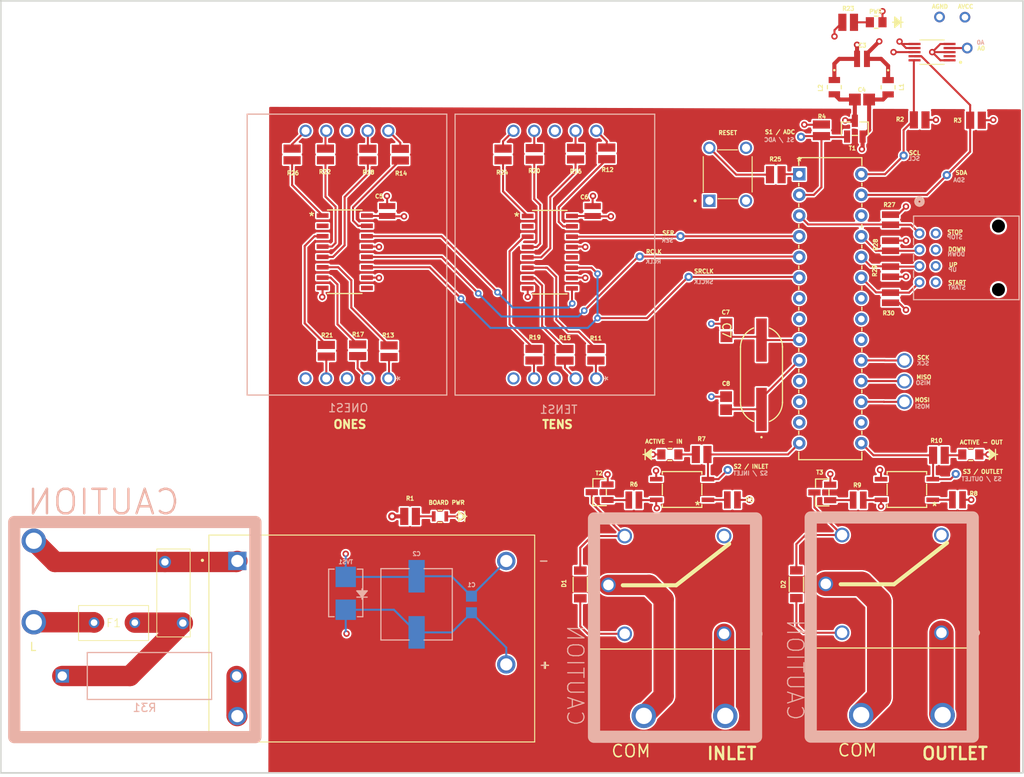
<source format=kicad_pcb>
(kicad_pcb (version 20240108) (generator "pcbnew") (generator_version "8.0")
  (layers (0 "F.Cu" signal "S1 - DIGITAL") (1 "In1.Cu" power "GND") (2 "In2.Cu" power "VCC") (31 "B.Cu" signal "S2 - ANALOG") (34 "B.Paste" user) (35 "F.Paste" user) (36 "B.SilkS" user "B.Silkscreen") (37 "F.SilkS" user "F.Silkscreen") (38 "B.Mask" user) (39 "F.Mask" user) (44 "Edge.Cuts" user))
  (net 0 "")
  (net 1 "/VCC")
  (net 2 "/GND")
  (net 3 "/COM_INLET")
  (net 4 "/N{slash}O_INLET")
  (net 5 "Net-(Q1-Pad1)")
  (net 6 "/AGND")
  (net 7 "/AVCC")
  (net 8 "/A0")
  (net 9 "/SDA")
  (net 10 "/SCL")
  (net 11 "/O6")
  (net 12 "/O2")
  (net 13 "/O1")
  (net 14 "/O9")
  (net 15 "/O10")
  (net 16 "/O5")
  (net 17 "/O7")
  (net 18 "/T1")
  (net 19 "Net-(ONES1-Pad1)")
  (net 20 "Net-(ONES1-Pad2)")
  (net 21 "Net-(ONES1-Pad4)")
  (net 22 "Net-(ONES1-Pad6)")
  (net 23 "Net-(ONES1-Pad7)")
  (net 24 "Net-(ONES1-Pad9)")
  (net 25 "Net-(ONES1-Pad10)")
  (net 27 "/T2")
  (net 28 "/T5")
  (net 29 "/T10")
  (net 30 "/T9")
  (net 31 "/T7")
  (net 32 "/T6")
  (net 33 "/SRCLK")
  (net 34 "/RCLK")
  (net 35 "/SER")
  (net 36 "/QH")
  (net 37 "/LIVE")
  (net 38 "/Neutral")
  (net 39 "/S2")
  (net 40 "/S1")
  (net 42 "Net-(LED2-Pad2)")
  (net 43 "Net-(R10-Pad1)")
  (net 44 "Net-(LED1-Pad2)")
  (net 45 "Net-(Q2-Pad1)")
  (net 46 "/S3")
  (net 48 "Net-(D1-Pad2)")
  (net 49 "Net-(D2-Pad2)")
  (net 50 "Net-(R7-Pad1)")
  (net 52 "Net-(R15-Pad2)")
  (net 53 "Net-(R6-Pad2)")
  (net 54 "Net-(R9-Pad2)")
  (net 55 "Net-(R11-Pad2)")
  (net 56 "Net-(R12-Pad1)")
  (net 57 "Net-(R16-Pad1)")
  (net 58 "Net-(R19-Pad2)")
  (net 59 "Net-(R20-Pad1)")
  (net 60 "/COM_OUTLET")
  (net 61 "/N{slash}O_OUTLET")
  (net 62 "Net-(R24-Pad1)")
  (net 70 "/SCK")
  (net 71 "/DOWN")
  (net 72 "/STOP")
  (net 73 "/MISO")
  (net 74 "/OSC2")
  (net 75 "/OSC1")
  (net 76 "/START")
  (net 77 "/UP")
  (net 78 "/MOSI")
  (net 79 "Net-(B1-Pad2)")
  (net 81 "Net-(11-PCINT14{slash}RESETPC6)")
  (net 85 "Net-(u3-AC_L)")
  (net 86 "Net-(F1-Pad1)")
  (footprint "pPSI:small signal diode" (layer "F.Cu") (at 124.231905 142.234405 90)
    (property "Reference" "D2")
    (property "Value" "Small-Signal-Diode" (hide yes))
  )
  (footprint "pPSI:1kohm resistor" (layer "F.Cu") (at 135.79 103.862834 90)
    (property "Reference" "R29")
    (property "Value" "1k" (hide yes))
  )
  (footprint "pPSI:10kohm resistor" (layer "F.Cu") (at 141.7321 126.4 180)
    (property "Reference" "R10")
    (property "Value" "10k" (hide yes))
  )
  (footprint "pPSI:1kohm resistor" (layer "F.Cu") (at 131.8223 131.9 180)
    (property "Reference" "R9")
    (property "Value" "1k" (hide yes))
  )
  (footprint "pPSI:push button" (layer "F.Cu") (at 115.8 91.9 90)
    (property "Reference" "B1" (hide yes))
    (property "Value" "~" (hide yes))
  )
  (footprint "pPSI:10kohm resistor" (layer "F.Cu") (at 130.59 73.24 180)
    (property "Reference" "R23")
    (property "Value" "10k" (hide yes))
  )
  (footprint "pPSI:1kohm resistor" (layer "F.Cu") (at 116.374301 131.879697 180)
    (property "Reference" "R5")
    (property "Value" "1k" (hide yes))
  )
  (footprint "pPSI:1kohm resistor" (layer "F.Cu") (at 135.79 100.670268 -90)
    (property "Reference" "R28")
    (property "Value" "1k" (hide yes))
  )
  (footprint "pPSI:1 pin header" (layer "F.Cu") (at 144.93 72.61)
    (property "Reference" "AVCC1" (hide yes))
    (property "Value" "Conn_01x01" (hide yes))
  )
  (footprint "pPSI:5V Relay" (layer "F.Cu") (at 103.153398 136.317805 180)
    (property "Reference" "J3" (hide yes))
    (property "Value" "5V-Relay" (hide yes))
  )
  (footprint "pPSI:100ohm resistor" (layer "F.Cu") (at 100.949334 89.332 -90)
    (property "Reference" "R12")
    (property "Value" "100ohm-Resistor" (hide yes))
  )
  (footprint "pPSI:10uF Ceramic Capacitor" (layer "F.Cu") (at 132.29 82.72)
    (property "Reference" "C4")
    (property "Value" "10uF(c)" (hide yes))
  )
  (footprint "pPSI:1 pin header" (layer "F.Cu") (at 111 104.5)
    (property "Reference" "SRCLK1" (hide yes))
    (property "Value" "Conn_01x01" (hide yes))
  )
  (footprint "pPSI:22pFCeramicCap" (layer "F.Cu") (at 115.647299 111.052799 -90)
    (property "Reference" "C7")
    (property "Value" "C0805C220J5GAC7210" (hide yes))
  )
  (footprint "pPSI:PNP Transistor" (layer "F.Cu") (at 100.074301 130.932197 90)
    (property "Reference" "T2")
    (property "Value" "PNP" (hide yes))
  )
  (footprint "pPSI:100ohm resistor" (layer "F.Cu") (at 92.016 114.048 -90)
    (property "Reference" "R19")
    (property "Value" "100ohm-Resistor" (hide yes))
  )
  (footprint "pPSI:green LED" (layer "F.Cu") (at 134.03 73.23 180)
    (property "Reference" "LED2" (hide yes))
    (property "Value" "PWR")
  )
  (footprint "pPSI:100ohm resistor" (layer "F.Cu") (at 75.597998 89.489451 -90)
    (property "Reference" "R14")
    (property "Value" "100ohm-Resistor" (hide yes))
  )
  (footprint "pPSI:100ohm resistor" (layer "F.Cu") (at 66.41115 89.464 -90)
    (property "Reference" "R22")
    (property "Value" "100ohm-Resistor" (hide yes))
  )
  (footprint "pPSI:optocoupler" (layer "F.Cu") (at 110.2 130.6 180)
    (property "Reference" "Q1" (hide yes))
    (property "Value" "OPTOCOUPLER" (hide yes))
  )
  (footprint "pPSI:10kohm resistor" (layer "F.Cu") (at 76.8 133.9 180)
    (property "Reference" "R1")
    (property "Value" "10k" (hide yes))
  )
  (footprint "pPSI:.1uF ceramic capacitor" (layer "F.Cu") (at 99.215052 96.415 90)
    (property "Reference" "C6")
    (property "Value" ".1uF(c)" (hide yes))
  )
  (footprint "pPSI:2 pin header" (layer "F.Cu") (at 142.187899 158.300303 180)
    (property "Reference" "J7" (hide yes))
    (property "Value" "~" (hide yes))
  )
  (footprint "pPSI:PNP Transistor" (layer "F.Cu") (at 127.412596 130.965595 90)
    (property "Reference" "T3")
    (property "Value" "PNP" (hide yes))
  )
  (footprint "pPSI:red LED" (layer "F.Cu") (at 108.7 126.3)
    (property "Reference" "active1" (hide yes))
    (property "Value" "red led" (hide yes))
  )
  (footprint "pPSI:1kohm resistor" (layer "F.Cu") (at 135.79 107.0554 90)
    (property "Reference" "R30")
    (property "Value" "1k" (hide yes))
  )
  (footprint "pPSI:10kohm resistor" (layer "F.Cu") (at 127.31 86.5 -90)
    (property "Reference" "R4")
    (property "Value" "10k" (hide yes))
  )
  (footprint "pPSI:1 pin header" (layer "F.Cu") (at 105 102)
    (property "Reference" "RCLK1" (hide yes))
    (property "Value" "Conn_01x01" (hide yes))
  )
  (footprint "pPSI:green LED" (layer "F.Cu") (at 80.4747 133.9 180)
    (property "Reference" "LED1" (hide yes))
    (property "Value" "PWR" (hide yes))
  )
  (footprint "pPSI:1 pin header" (layer "F.Cu") (at 115.8 128.2)
    (property "Reference" "S2" (hide yes))
    (property "Value" "Conn_01x01" (hide yes))
  )
  (footprint "pPSI:100ohm resistor" (layer "F.Cu") (at 99.616 114.064 -90)
    (property "Reference" "R11")
    (property "Value" "100ohm-Resistor" (hide yes))
  )
  (footprint "pPSI:ATMEGA328P-PU" (layer "F.Cu") (at 124.59 91.89)
    (property "Reference" "11" (hide yes))
    (property "Value" "ATMEGA328P-PU" (hide yes))
  )
  (footprint "pPSI:1 pin header" (layer "F.Cu") (at 110 99.5)
    (property "Reference" "SERIAL1" (hide yes))
    (property "Value" "Conn_01x01" (hide yes))
  )
  (footprint "pPSI:ferrite bead" (layer "F.Cu") (at 128.895201 81.2028 -90)
    (property "Reference" "L2")
    (property "Value" "Ferrite-Bead" (hide yes))
  )
  (footprint "pPSI:ferrite bead" (layer "F.Cu") (at 135.495201 81.2138 -90)
    (property "Reference" "L1")
    (property "Value" "Ferrite-Bead" (hide yes))
  )
  (footprint "pPSI:100ohm resistor" (layer "F.Cu") (at 97.116 89.364 -90)
    (property "Reference" "R16")
    (property "Value" "100ohm-Resistor" (hide yes))
  )
  (footprint "pPSI:1 pin header" (layer "F.Cu") (at 145.21 76.4 -90)
    (property "Reference" "J2" (hide yes))
    (property "Value" "Conn_01x01" (hide yes))
  )
  (footprint "pPSI:100ohm resistor" (layer "F.Cu") (at 88.216 89.464 -90)
    (property "Reference" "R24")
    (property "Value" "100ohm-Resistor" (hide yes))
  )
  (footprint "pPSI:10kohm resistor" (layer "F.Cu") (at 121.7041 91.95 180)
    (property "Reference" "R25")
    (property "Value" "10k" (hide yes))
  )
  (footprint "pPSI:100ohm resistor" (layer "F.Cu") (at 62.316 89.464 -90)
    (property "Reference" "R26")
    (property "Value" "100ohm-Resistor" (hide yes))
  )
  (footprint "pPSI:1kohm resistor" (layer "F.Cu") (at 104.2777 131.9 180)
    (property "Reference" "R6")
    (property "Value" "1k" (hide yes))
  )
  (footprint "pPSI:1 pin header" (layer "F.Cu") (at 137.4 89.6)
    (property "Reference" "SCL1" (hide yes))
    (property "Value" "Conn_01x01" (hide yes))
  )
  (footprint "pPSI:350V_4.5kA MOV" (layer "F.Cu") (at 46.7 139.5 -90)
    (property "Reference" "MOV1" (hide yes))
    (property "Value" "~" (hide yes))
  )
  (footprint "pPSI:1 pin header" (layer "F.Cu") (at 124.8 87.3)
    (property "Reference" "S1" (hide yes))
    (property "Value" "Conn_01x01" (hide yes))
  )
  (footprint "pPSI:1kohm resistor" (layer "F.Cu") (at 135.79 97.4777 -90)
    (property "Reference" "R27")
    (property "Value" "1k" (hide yes))
  )
  (footprint "pPSI:100ohm resistor" (layer "F.Cu") (at 92.049333 89.396 -90)
    (property "Reference" "R20")
    (property "Value" "100ohm-Resistor" (hide yes))
  )
  (footprint "pPSI:2 pin header" (layer "F.Cu") (at 115.5 158.4 180)
    (property "Reference" "J6" (hide yes))
    (property "Value" "~" (hide yes))
  )
  (footprint "pPSI:1 pin header" (layer "F.Cu") (at 142.7 92)
    (property "Reference" "SDA1" (hide yes))
    (property "Value" "Conn_01x01" (hide yes))
  )
  (footprint "pPSI:22pFCeramicCap" (layer "F.Cu") (at 115.6 120 -90)
    (property "Reference" "C8")
    (property "Value" "C0805C220J5GAC7210" (hide yes))
  )
  (footprint "pPSI:optocoupler" (layer "F.Cu") (at 137.8 130.6 180)
    (property "Reference" "Q2" (hide yes))
    (property "Value" "OPTOCOUPLER" (hide yes))
  )
  (footprint "pPSI:3 pin header" (layer "F.Cu") (at 137.498 119.84 90)
    (property "Reference" "J9" (hide yes))
    (property "Value" "3-pin-header" (hide yes))
  )
  (footprint "pPSI:10kohm resistor" (layer "F.Cu") (at 139.37 85.22 180)
    (property "Reference" "R2")
    (property "Value" "10kohm" (hide yes))
  )
  (footprint "pPSI:CONV_PSK-10D-5" (layer "F.Cu") (at 72.1 148.9)
    (property "Reference" "u3" (hide yes))
    (property "Value" "AC-5VDC-Converter")
  )
  (footprint "pPSI:100ohm resistor" (layer "F.Cu") (at 66.516 113.564 -90)
    (property "Reference" "R21")
    (property "Value" "100ohm-Resistor" (hide yes))
  )
  (footprint "pPSI:10kohm resistor" (layer "F.Cu") (at 146.2841 85.26 180)
    (property "Reference" "R3")
    (property "Value" "10kohm" (hide yes))
  )
  (footprint "pPSI:.1uF ceramic capacitor" (layer "F.Cu") (at 132.29 77.73)
    (property "Reference" "C3")
    (property "Value" ".1uF(c)" (hide yes))
  )
  (footprint "pPSI:10kohm resistor" (layer "F.Cu") (at 112.6 126.3)
    (property "Reference" "R7")
    (property "Value" "10k" (hide yes))
  )
  (footprint "pPSI:1 pin header" (layer "F.Cu") (at 141.808 72.5846)
    (property "Reference" "AGND1" (hide yes))
    (property "Value" "Conn_01x01" (hide yes))
  )
  (footprint "pPSI:ADS1115" (layer "F.Cu") (at 140.89 76.9 180)
    (property "Reference" "U2" (hide yes))
    (property "Value" "ADS1115" (hide yes))
  )
  (footprint "pPSI:100ohm resistor" (layer "F.Cu") (at 95.816 114.064 -90)
    (property "Reference" "R15")
    (property "Value" "100ohm-Resistor" (hide yes))
  )
  (footprint "pPSI:red LED" (layer "F.Cu") (at 145.6462 126.3 180)
    (property "Reference" "active2" (hide yes))
    (property "Value" "red led" (hide yes))
  )
  (footprint "pPSI:8 bit shift register" (layer "F.Cu") (at 68.7796 101.41)
    (property "Reference" "ONES-SR1" (hide yes))
    (property "Value" "8bit-Shift-Register" (hide yes))
  )
  (footprint "pPSI:1kohm resistor" (layer "F.Cu") (at 144.012596 131.865595)
    (property "Reference" "R8")
    (property "Value" "1k" (hide yes))
  )
  (footprint "pPSI:5V Relay" (layer "F.Cu") (at 129.842903 136.191907 180)
    (property "Reference" "J4" (hide yes))
    (property "Value" "5V-Relay" (hide yes))
  )
  (footprint "pPSI:2 pin header" (layer "F.Cu") (at 30.6 146.9 90)
    (property "Reference" "J1" (hide yes))
    (property "Value" "~" (hide yes))
  )
  (footprint "pPSI:1 pin header" (layer "F.Cu") (at 143.8 128.7)
    (property "Reference" "S3" (hide yes))
    (property "Value" "Conn_01x01" (hide yes))
  )
  (footprint "pPSI:Oscillator" (layer "F.Cu") (at 119.947299 116.510098 90)
    (property "Reference" "XTAL1" (hide yes))
    (property "Value" "HCM4916000000ABJT" (hide yes))
  )
  (footprint "pPSI:PNP Transistor" (layer "F.Cu") (at 131.41 86.3)
    (property "Reference" "T1")
    (property "Value" "PNP" (hide yes))
  )
  (footprint "pPSI:100ohm resistor" (layer "F.Cu") (at 74.216 113.622 -90)
    (property "Reference" "R13")
    (property "Value" "100ohm-Resistor" (hide yes))
  )
  (footprint "pPSI:Fuse" (layer "F.Cu") (at 43 146.95 180)
    (property "Reference" "F1")
    (property "Value" "FUSE" (hide yes))
  )
  (footprint "pPSI:small signal diode" (layer "F.Cu") (at 97.697899 142.260303 90)
    (property "Reference" "D1")
    (property "Value" "Small-Signal-Diode" (hide yes))
  )
  (footprint "pPSI:.1uF ceramic capacitor" (layer "F.Cu") (at 73.9864 96.41 90)
    (property "Reference" "C5")
    (property "Value" ".1uF(c)" (hide yes))
  )
  (footprint "pPSI:8 bit shift register" (layer "F.Cu") (at 93.958252 101.465)
    (property "Reference" "TENS-SR1" (hide yes))
    (property "Value" "8bit-Shift-Register" (hide yes))
  )
  (footprint "pPSI:100ohm resistor" (layer "F.Cu") (at 70.366 113.506 -90)
    (property "Reference" "R17")
    (property "Value" "100ohm-Resistor" (hide yes))
  )
  (footprint "pPSI:100ohm resistor" (layer "F.Cu") (at 71.616 89.48 -90)
    (property "Reference" "R18")
    (property "Value" "100ohm-Resistor" (hide yes))
  )
  (footprint "pPSI:7A TVS diode" (layer "B.Cu") (at 68.9 143.3 90)
    (property "Reference" "TVS1")
    (property "Value" "7A" (hide yes))
  )
  (footprint "pPSI:220uF electrolytic capacitor" (layer "B.Cu") (at 77.6 144.7 90)
    (property "Reference" "C2")
    (property "Value" "220uF (e)" (hide yes))
  )
  (footprint "pPSI:7 segment display" (layer "B.Cu") (at 85.816 98.164 180)
    (property "Reference" "ONES1")
    (property "Value" "7-Segment-Display" (hide yes))
  )
  (footprint "pPSI:6.8ohm" (layer "B.Cu") (at 34.097961 153.5)
    (property "Reference" "R31")
    (property "Value" "6.8ohm" (hide yes))
  )
  (footprint "pPSI:1uF(c)" (layer "B.Cu") (at 84.337124 144.716 90)
    (property "Reference" "C1")
    (property "Value" "1uF (c)" (hide yes))
  )
  (footprint "pPSI:7 segment display" (layer "B.Cu") (at 111.344602 98.168995 180)
    (property "Reference" "TENS1")
    (property "Value" "7-Segment-Display" (hide yes))
  )
  (footprint "pPSI:2x4Connector" (layer "B.Cu") (at 139.3449 99.160301 -90)
    (property "Reference" "J8" (hide yes))
    (property "Value" "S08B-PUDSS-1LFSN" (hide yes))
  )
  (gr_rect (start 99.385699 134.155903) (end 119.278899 160.963103) (stroke (width 1.5)) (fill none) (layer "B.SilkS"))
  (gr_rect (start 28.2 134.592) (end 57.81 161.008) (stroke (width 1.5)) (fill none) (layer "B.SilkS"))
  (gr_rect (start 125.990804 134.034405) (end 145.884004 160.941605) (stroke (width 1.5)) (fill none) (layer "B.SilkS"))
  (gr_line (start 115.976899 137.280303) (end 109.474499 142.360303) (stroke (width 0.5)) (layer "F.SilkS"))
  (gr_line (start 109.474499 142.360303) (end 102.921299 142.360303) (stroke (width 0.5)) (layer "F.SilkS"))
  (gr_line (start 142.726355 137.157454) (end 136.223955 142.237454) (stroke (width 0.5)) (layer "F.SilkS"))
  (gr_line (start 136.223955 142.237454) (end 129.670755 142.237454) (stroke (width 0.5)) (layer "F.SilkS"))
  (gr_rect (start 26.55 70.6) (end 152.05 165.4) (stroke (width 0.2)) (fill none) (layer "Edge.Cuts"))
  (gr_text "SER" (at 109.2 100.3 0) (layer "B.SilkS") (effects (font (size 0.5 0.5) (thickness 0.125) (bold yes)) (justify left bottom mirror)))
  (gr_text "S1 / ADC" (at 124.03 87.96 0) (layer "B.SilkS") (effects (font (size 0.5 0.5) (thickness 0.125) (bold yes)) (justify left bottom mirror)))
  (gr_text "SCK" (at 140.6 115.4 0) (layer "B.SilkS") (effects (font (size 0.5 0.5) (thickness 0.125) (bold yes)) (justify left bottom mirror)))
  (gr_text "RCLK" (at 107.7 102.9 0) (layer "B.SilkS") (effects (font (size 0.5 0.5) (thickness 0.125) (bold yes)) (justify left bottom mirror)))
  (gr_text "CAUTION" (at 48.7 133.9 0) (layer "B.SilkS") (effects (font (size 3 3) (thickness 0.3) (bold yes)) (justify left bottom mirror)))
  (gr_text "UP\n" (at 144 103.9 -0) (layer "B.SilkS") (effects (font (size 0.5 0.5) (thickness 0.125) (bold yes)) (justify left bottom mirror)))
  (gr_text "+" (at 94 152.7 0) (layer "B.SilkS") (effects (font (size 1 1)) (justify left bottom mirror)))
  (gr_text "MOSI" (at 140.7 120.7 -0) (layer "B.SilkS") (effects (font (size 0.5 0.5) (thickness 0.125) (bold yes)) (justify left bottom mirror)))
  (gr_text "START" (at 145.1 106.1 -0) (layer "B.SilkS") (effects (font (size 0.5 0.5) (thickness 0.125) (bold yes)) (justify left bottom mirror)))
  (gr_text "SRCLK" (at 114.1 105.4 0) (layer "B.SilkS") (effects (font (size 0.5 0.5) (thickness 0.125) (bold yes)) (justify left bottom mirror)))
  (gr_text "S3 / OUTLET\n" (at 149.5 129.6 0) (layer "B.SilkS") (effects (font (size 0.5 0.5) (thickness 0.125) (bold yes)) (justify left bottom mirror)))
  (gr_text "SDA" (at 145 92.9 0) (layer "B.SilkS") (effects (font (size 0.5 0.5) (thickness 0.125) (bold yes)) (justify left bottom mirror)))
  (gr_text "STOP" (at 144.7 99.9 -0) (layer "B.SilkS") (effects (font (size 0.5 0.5) (thickness 0.125) (bold yes)) (justify left bottom mirror)))
  (gr_text "DOWN\n" (at 145 102 -0) (layer "B.SilkS") (effects (font (size 0.5 0.5) (thickness 0.125) (bold yes)) (justify left bottom mirror)))
  (gr_text "SCL" (at 139.47 90.27 0) (layer "B.SilkS") (effects (font (size 0.5 0.5) (thickness 0.125) (bold yes)) (justify left bottom mirror)))
  (gr_text "CAUTION" (at 95.9 147.1 -90) (layer "B.SilkS") (effects (font (size 2 2)) (justify right bottom mirror)))
  (gr_text "A0" (at 147.37 76.01 0) (layer "B.SilkS") (effects (font (size 0.5 0.5) (thickness 0.125) (bold yes)) (justify left bottom mirror)))
  (gr_text "S2 / INLET\n" (at 120.8 128.9 0) (layer "B.SilkS") (effects (font (size 0.5 0.5) (thickness 0.125) (bold yes)) (justify left bottom mirror)))
  (gr_text "-\n" (at 93.9 139.9 0) (layer "B.SilkS") (effects (font (size 1 1)) (justify left bottom mirror)))
  (gr_text "MISO" (at 140.8 117.8 -0) (layer "B.SilkS") (effects (font (size 0.5 0.5) (thickness 0.125) (bold yes)) (justify left bottom mirror)))
  (gr_text "CAUTION" (at 122.897899 146.425303 -90) (layer "B.SilkS") (effects (font (size 2 2)) (justify right bottom mirror)))
  (gr_text "ONES" (at 67.268095 123.193703 0) (layer "F.SilkS") (effects (font (size 1 1) (thickness 0.25) (bold yes)) (justify left bottom)))
  (gr_text "DOWN\n" (at 142.8 101.4 0) (layer "F.SilkS") (effects (font (size 0.5 0.5) (thickness 0.125) (bold yes)) (justify left bottom)))
  (gr_text "AGND" (at 140.8 71.6 0) (layer "F.SilkS") (effects (font (size 0.5 0.5) (thickness 0.125) (bold yes)) (justify left bottom)))
  (gr_text "RCLK" (at 105.7 101.7 0) (layer "F.SilkS") (effects (font (size 0.5 0.5) (thickness 0.125) (bold yes)) (justify left bottom)))
  (gr_text "N" (at 29.76 137.7 0) (layer "F.SilkS") (effects (font (size 1 1)) (justify left bottom)))
  (gr_text "START" (at 142.8 105.5 0) (layer "F.SilkS") (effects (font (size 0.5 0.5) (thickness 0.125) (bold yes)) (justify left bottom)))
  (gr_text "SCL" (at 137.99 89.57 0) (layer "F.SilkS") (effects (font (size 0.5 0.5) (thickness 0.125) (bold yes)) (justify left bottom)))
  (gr_text "SCK" (at 139 114.7 0) (layer "F.SilkS") (effects (font (size 0.5 0.5) (thickness 0.125) (bold yes)) (justify left bottom)))
  (gr_text "S2 / INLET\n" (at 116.45 128.07 0) (layer "F.SilkS") (effects (font (size 0.5 0.5) (thickness 0.125) (bold yes)) (justify left bottom)))
  (gr_text "MOSI" (at 138.7 119.9 0) (layer "F.SilkS") (effects (font (size 0.5 0.5) (thickness 0.125) (bold yes)) (justify left bottom)))
  (gr_text "COM" (at 129.2 163.5 0) (layer "F.SilkS") (effects (font (size 1.5 1.5) (thickness 0.1875)) (justify left bottom)))
  (gr_text "MISO" (at 138.9 117.1 0) (layer "F.SilkS") (effects (font (size 0.5 0.5) (thickness 0.125) (bold yes)) (justify left bottom)))
  (gr_text "STOP" (at 142.7 99.3 0) (layer "F.SilkS") (effects (font (size 0.5 0.5) (thickness 0.125) (bold yes)) (justify left bottom)))
  (gr_text "L" (at 30 150.5 0) (layer "F.SilkS") (effects (font (size 1 1)) (justify left bottom)))
  (gr_text "TENS" (at 92.9 123.2 0) (layer "F.SilkS") (effects (font (size 1 1) (thickness 0.25) (bold yes)) (justify left bottom)))
  (gr_text "AVCC" (at 144 71.6 0) (layer "F.SilkS") (effects (font (size 0.5 0.5) (thickness 0.125) (bold yes)) (justify left bottom)))
  (gr_text "-\n" (at 92.5 139.9 -0) (layer "F.SilkS") (effects (font (size 1 1)) (justify left bottom)))
  (gr_text "SER" (at 107.7 99.4 0) (layer "F.SilkS") (effects (font (size 0.5 0.5) (thickness 0.125) (bold yes)) (justify left bottom)))
  (gr_text "RESET" (at 114.6 87.1 0) (layer "F.SilkS") (effects (font (size 0.5 0.5) (thickness 0.125) (bold yes)) (justify left bottom)))
  (gr_text "ACTIVE - OUT\n" (at 144.2321 125.1 0) (layer "F.SilkS") (effects (font (size 0.5 0.5) (thickness 0.125) (bold yes)) (justify left bottom)))
  (gr_text "S3 / OUTLET\n" (at 144.6 128.7 0) (layer "F.SilkS") (effects (font (size 0.5 0.5) (thickness 0.125) (bold yes)) (justify left bottom)))
  (gr_text "+" (at 92.7 152.7 -0) (layer "F.SilkS") (effects (font (size 1 1)) (justify left bottom)))
  (gr_text "INLET" (at 113.1 163.9 0) (layer "F.SilkS") (effects (font (size 1.5 1.5) (thickness 0.3) (bold yes)) (justify left bottom)))
  (gr_text "S1 / ADC" (at 120.3 87 0) (layer "F.SilkS") (effects (font (size 0.5 0.5) (thickness 0.125) (bold yes)) (justify left bottom)))
  (gr_text "UP\n" (at 142.9 103.3 0) (layer "F.SilkS") (effects (font (size 0.5 0.5) (thickness 0.125) (bold yes)) (justify left bottom)))
  (gr_text "OUTLET" (at 139.5 163.9 0) (layer "F.SilkS") (effects (font (size 1.5 1.5) (thickness 0.3) (bold yes)) (justify left bottom)))
  (gr_text "BOARD PWR" (at 79 132.5 0) (layer "F.SilkS") (effects (font (size 0.5 0.5) (thickness 0.125) (bold yes)) (justify left bottom)))
  (gr_text "ACTIVE - IN" (at 105.6 125 0) (layer "F.SilkS") (effects (font (size 0.5 0.5) (thickness 0.125) (bold yes)) (justify left bottom)))
  (gr_text "A0" (at 146.39 76.73 0) (layer "F.SilkS") (effects (font (size 0.5 0.5) (thickness 0.125) (bold yes)) (justify left bottom)))
  (gr_text "SRCLK" (at 111.6 104.1 0) (layer "F.SilkS") (effects (font (size 0.5 0.5) (thickness 0.125) (bold yes)) (justify left bottom)))
  (gr_text "COM" (at 101.4 163.6 0) (layer "F.SilkS") (effects (font (size 1.5 1.5) (thickness 0.1875)) (justify left bottom)))
  (gr_text "SDA" (at 143.7 92 0) (layer "F.SilkS") (effects (font (size 0.5 0.5) (thickness 0.125) (bold yes)) (justify left bottom)))
  (segment (start 99.258252 97.065) (end 99.215052 97.0218) (width 0.25) (layer "F.Cu") (net 1))
  (segment (start 132.3625 88.734499) (end 132.278095 88.818904) (width 0.5) (layer "F.Cu") (net 1))
  (segment (start 76.0859 133.9) (end 74.6 133.9) (width 0.5) (layer "F.Cu") (net 1))
  (segment (start 106.995 131.9) (end 107.025 131.87) (width 0.25) (layer "F.Cu") (net 1))
  (segment (start 132.3625 87.2652) (end 132.3625 88.734499) (width 0.5) (layer "F.Cu") (net 1))
  (segment (start 73.9864 97.0168) (end 71.552748 97.0168) (width 0.25) (layer "F.Cu") (net 1))
  (segment (start 71.552748 97.0168) (end 71.500948 96.965) (width 0.25) (layer "F.Cu") (net 1))
  (segment (start 72.9546 104.585) (end 72.9864 104.6168) (width 0.25) (layer "F.Cu") (net 1))
  (segment (start 133.164799 86.452499) (end 133.164799 82.72) (width 0.5) (layer "F.Cu") (net 1))
  (segment (start 128.4 129.990891) (end 128.377796 130.013095) (width 0.25) (layer "F.Cu") (net 1))
  (segment (start 136.69 96.8554) (end 137.69 95.8554) (width 0.25) (layer "F.Cu") (net 1))
  (segment (start 134.865201 82.72) (end 135.495201 82.09) (width 0.5) (layer "F.Cu") (net 1))
  (segment (start 132.4446 131.9) (end 134.595 131.9) (width 0.25) (layer "F.Cu") (net 1))
  (segment (start 137.682568 100.047968) (end 137.69 100.0554) (width 0.25) (layer "F.Cu") (net 1))
  (segment (start 137.660266 104.485134) (end 137.69 104.4554) (width 0.25) (layer "F.Cu") (net 1))
  (segment (start 101.074301 128.773647) (end 101.043901 128.743247) (width 0.25) (layer "F.Cu") (net 1))
  (segment (start 107.025 131.87) (end 107.025 132.825) (width 0.25) (layer "F.Cu") (net 1))
  (segment (start 76.058252 97.065) (end 74.0346 97.065) (width 0.25) (layer "F.Cu") (net 1))
  (segment (start 133.164799 82.72) (end 134.865201 82.72) (width 0.5) (layer "F.Cu") (net 1))
  (segment (start 134.625 132.675) (end 134.625 131.87) (width 0.25) (layer "F.Cu") (net 1))
  (segment (start 74.0346 97.065) (end 73.9864 97.0168) (width 0.25) (layer "F.Cu") (net 1))
  (segment (start 135.79 96.8554) (end 136.69 96.8554) (width 0.25) (layer "F.Cu") (net 1))
  (segment (start 133.17 86.4577) (end 133.164799 86.452499) (width 0.5) (layer "F.Cu") (net 1))
  (segment (start 99.215052 97.0218) (end 96.6814 97.0218) (width 0.25) (layer "F.Cu") (net 1))
  (segment (start 107.025 132.825) (end 107.1 132.9) (width 0.25) (layer "F.Cu") (net 1))
  (segment (start 146.9982 85.26) (end 148.37 85.26) (width 0.25) (layer "F.Cu") (net 1))
  (segment (start 101.458252 97.065) (end 99.258252 97.065) (width 0.25) (layer "F.Cu") (net 1))
  (segment (start 136.8123 107.6777) (end 137.69 108.5554) (width 0.25) (layer "F.Cu") (net 1))
  (segment (start 98.283252 104.59) (end 98.315052 104.6218) (width 0.25) (layer "F.Cu") (net 1))
  (segment (start 133.17 86.4577) (end 132.3625 87.2652) (width 0.5) (layer "F.Cu") (net 1))
  (segment (start 104.9 131.9) (end 106.995 131.9) (width 0.25) (layer "F.Cu") (net 1))
  (segment (start 101.074301 129.890747) (end 101.074301 128.773647) (width 0.25) (layer "F.Cu") (net 1))
  (segment (start 96.8296 104.59) (end 98.283252 104.59) (width 0.25) (layer "F.Cu") (net 1))
  (segment (start 148.37 85.26) (end 148.41 85.22) (width 0.25) (layer "F.Cu") (net 1))
  (segment (start 135.79 104.485134) (end 137.660266 104.485134) (width 0.25) (layer "F.Cu") (net 1))
  (segment (start 71.500948 104.585) (end 72.9546 104.585) (width 0.25) (layer "F.Cu") (net 1))
  (segment (start 135.79 107.6777) (end 136.8123 107.6777) (width 0.25) (layer "F.Cu") (net 1))
  (segment (start 134.595 131.9) (end 134.625 131.87) (width 0.25) (layer "F.Cu") (net 1))
  (segment (start 128.4 128.7) (end 128.4 129.990891) (width 0.25) (layer "F.Cu") (net 1))
  (segment (start 141.37 85.22) (end 140.0841 85.22) (width 0.25) (layer "F.Cu") (net 1))
  (segment (start 96.6814 97.0218) (end 96.6796 97.02) (width 0.25) (layer "F.Cu") (net 1))
  (segment (start 135.79 100.047968) (end 137.682568 100.047968) (width 0.25) (layer "F.Cu") (net 1))
  (via blind (at 132.278095 88.818904) (size 0.8) (drill 0.4) (layers "F.Cu" "In2.Cu") (net 1))
  (via blind (at 72.9864 104.6168) (size 0.8) (drill 0.4) (layers "F.Cu" "In2.Cu") (net 1))
  (via blind (at 98.315052 104.6218) (size 0.8) (drill 0.4) (layers "F.Cu" "In2.Cu") (net 1))
  (via blind (at 137.69 95.8554) (size 0.8) (drill 0.4) (layers "F.Cu" "In2.Cu") (net 1))
  (via blind (at 107.1 132.9) (size 0.8) (drill 0.4) (layers "F.Cu" "In2.Cu") (net 1))
  (via blind (at 76.058252 97.065) (size 0.8) (drill 0.4) (layers "F.Cu" "In2.Cu") (net 1))
  (via blind (at 137.69 104.4554) (size 0.8) (drill 0.4) (layers "F.Cu" "In2.Cu") (net 1))
  (via blind (at 141.37 85.22) (size 0.8) (drill 0.4) (layers "F.Cu" "In2.Cu") (net 1))
  (via blind (at 134.625 132.675) (size 0.8) (drill 0.4) (layers "F.Cu" "In2.Cu") (net 1))
  (via blind (at 137.69 108.5554) (size 0.8) (drill 0.4) (layers "F.Cu" "In2.Cu") (net 1))
  (via blind (at 74.6 133.9) (size 1) (drill 0.5) (layers "F.Cu" "In2.Cu") (net 1))
  (via blind (at 69 148.3) (size 0.8) (drill 0.4) (layers "F.Cu" "In2.Cu") (net 1))
  (via blind (at 101.458252 97.065) (size 0.8) (drill 0.4) (layers "F.Cu" "In2.Cu") (net 1))
  (via blind (at 137.69 100.0554) (size 0.8) (drill 0.4) (layers "F.Cu" "In2.Cu") (net 1))
  (via blind (at 148.41 85.22) (size 0.8) (drill 0.4) (layers "F.Cu" "In2.Cu") (net 1))
  (via blind (at 128.4 128.7) (size 0.8) (drill 0.4) (layers "F.Cu" "In2.Cu") (net 1))
  (via blind (at 101.043901 128.743247) (size 0.8) (drill 0.4) (layers "F.Cu" "In2.Cu") (net 1))
  (segment (start 88.61 152.08) (end 88.61 150.004876) (width 0.25) (layer "B.Cu") (net 1))
  (segment (start 68.9 145.367) (end 74.819 145.367) (width 0.25) (layer "B.Cu") (net 1))
  (segment (start 77.6 148.148) (end 81.921124 148.148) (width 0.25) (layer "B.Cu") (net 1))
  (segment (start 74.819 145.367) (end 77.6 148.148) (width 0.25) (layer "B.Cu") (net 1))
  (segment (start 84.547 145.732) (end 84.337124 145.732) (width 0.25) (layer "B.Cu") (net 1))
  (segment (start 88.61 150.004876) (end 84.337124 145.732) (width 0.25) (layer "B.Cu") (net 1))
  (segment (start 68.9 145.367) (end 68.9 148.2) (width 0.25) (layer "B.Cu") (net 1))
  (segment (start 68.9 148.2) (end 69 148.3) (width 0.25) (layer "B.Cu") (net 1))
  (segment (start 81.921124 148.148) (end 84.337124 145.732) (width 0.25) (layer "B.Cu") (net 1))
  (segment (start 130.2848 85.3348) (end 130.23 85.28) (width 0.5) (layer "F.Cu") (net 2))
  (segment (start 91.246 105.952748) (end 91.215052 105.9218) (width 0.25) (layer "F.Cu") (net 2))
  (segment (start 124.267899 147.070303) (end 124.231905 147.034309) (width 0.25) (layer "F.Cu") (net 2))
  (segment (start 126.538 85.82) (end 125.258 85.82) (width 0.25) (layer "F.Cu") (net 2))
  (segment (start 131.41 82.725201) (end 131.415201 82.72) (width 0.5) (layer "F.Cu") (net 2))
  (segment (start 98.273252 100.78) (end 98.315052 100.8218) (width 0.25) (layer "F.Cu") (net 2))
  (segment (start 113.8 119.2) (end 115.597201 119.2) (width 0.25) (layer "F.Cu") (net 2))
  (segment (start 98.925699 148.320303) (end 98.9282 148.317802) (width 0.25) (layer "F.Cu") (net 2))
  (segment (start 107.025 129.33) (end 107.025 128.325) (width 0.25) (layer "F.Cu") (net 2))
  (segment (start 115.597201 119.2) (end 115.6 119.197201) (width 0.25) (layer "F.Cu") (net 2))
  (segment (start 118.474301 131.879697) (end 117.074301 131.879697) (width 0.25) (layer "F.Cu") (net 2))
  (segment (start 115.647299 110.25) (end 113.79 110.25) (width 0.25) (layer "F.Cu") (net 2))
  (segment (start 131.41 85.3348) (end 130.2848 85.3348) (width 0.5) (layer "F.Cu") (net 2))
  (segment (start 66.058252 106.921748) (end 66.016 106.964) (width 0.25) (layer "F.Cu") (net 2))
  (segment (start 72.9446 100.775) (end 72.9864 100.8168) (width 0.25) (layer "F.Cu") (net 2))
  (segment (start 98.625699 148.320303) (end 98.925699 148.320303) (width 0.25) (layer "F.Cu") (net 2))
  (segment (start 99.215052 95.8082) (end 99.215052 94.6082) (width 0.25) (layer "F.Cu") (net 2))
  (segment (start 129.842903 148.191904) (end 125.0895 148.191904) (width 0.25) (layer "F.Cu") (net 2))
  (segment (start 73.9864 94.593148) (end 73.958252 94.565) (width 0.25) (layer "F.Cu") (net 2))
  (segment (start 71.500948 100.775) (end 72.9446 100.775) (width 0.25) (layer "F.Cu") (net 2))
  (segment (start 97.697899 143.962103) (end 97.697899 147.392503) (width 0.25) (layer "F.Cu") (net 2))
  (segment (start 125.0895 148.191904) (end 124.267899 147.370303) (width 0.25) (layer "F.Cu") (net 2))
  (segment (start 134.625 129.33) (end 134.625 128.325) (width 0.25) (layer "F.Cu") (net 2))
  (segment (start 73.9864 95.8032) (end 73.9864 94.593148) (width 0.25) (layer "F.Cu") (net 2))
  (segment (start 124.231905 147.034309) (end 124.231905 143.936205) (width 0.25) (layer "F.Cu") (net 2))
  (segment (start 144.723746 131.865595) (end 145.701446 131.865595) (width 0.25) (layer "F.Cu") (net 2))
  (segment (start 98.9282 148.317802) (end 103.153398 148.317802) (width 0.25) (layer "F.Cu") (net 2))
  (segment (start 97.697899 147.392503) (end 98.625699 148.320303) (width 0.25) (layer "F.Cu") (net 2))
  (segment (start 96.8296 100.78) (end 98.273252 100.78) (width 0.25) (layer "F.Cu") (net 2))
  (segment (start 81.2494 133.9) (end 82.9747 133.9) (width 0.25) (layer "F.Cu") (net 2))
  (segment (start 107.6538 126.3) (end 106.6 126.3) (width 0.25) (layer "F.Cu") (net 2))
  (segment (start 66.058252 105.855) (end 66.058252 106.921748) (width 0.25) (layer "F.Cu") (net 2))
  (segment (start 107.025 128.325) (end 107 128.3) (width 0.25) (layer "F.Cu") (net 2))
  (segment (start 146.55585 126.3) (end 147.80965 126.3) (width 0.25) (layer "F.Cu") (net 2))
  (segment (start 124.267899 147.370303) (end 124.267899 147.070303) (width 0.25) (layer "F.Cu") (net 2))
  (segment (start 129.536201 82.72) (end 128.895201 82.079) (width 0.5) (layer "F.Cu") (net 2))
  (segment (start 66.016 107.264) (end 66.016 106.964) (width 0.25) (layer "F.Cu") (net 2))
  (segment (start 131.415201 82.72) (end 129.536201 82.72) (width 0.5) (layer "F.Cu") (net 2))
  (segment (start 134.625 128.325) (end 134.5 128.2) (width 0.25) (layer "F.Cu") (net 2))
  (segment (start 99.215052 94.6082) (end 99.258252 94.565) (width 0.25) (layer "F.Cu") (net 2))
  (segment (start 131.41 85.3348) (end 131.41 82.725201) (width 0.5) (layer "F.Cu") (net 2))
  (segment (start 125.258 85.82) (end 125.238 85.8) (width 0.25) (layer "F.Cu") (net 2))
  (segment (start 91.246 106.954) (end 91.246 105.952748) (width 0.25) (layer "F.Cu") (net 2))
  (via blind (at 106.6 126.3) (size 0.8) (drill 0.4) (layers "F.Cu" "In1.Cu") (net 2))
  (via blind (at 118.474301 131.879697) (size 0.8) (drill 0.4) (layers "F.Cu" "In1.Cu") (net 2))
  (via blind (at 125.21 85.8) (size 0.8) (drill 0.4) (layers "F.Cu" "In1.Cu") (net 2))
  (via blind (at 98.315052 100.8218) (size 0.8) (drill 0.4) (layers "F.Cu" "In1.Cu") (net 2))
  (via blind (at 82.9747 133.9) (size 1) (drill 0.5) (layers "F.Cu" "In1.Cu") (net 2))
  (via blind (at 107 128.3) (size 0.8) (drill 0.4) (layers "F.Cu" "In1.Cu") (net 2))
  (via blind (at 134.5 128.2) (size 0.8) (drill 0.4) (layers "F.Cu" "In1.Cu") (net 2))
  (via blind (at 147.80965 126.3) (size 0.8) (drill 0.4) (layers "F.Cu" "In1.Cu") (net 2))
  (via blind (at 91.246 106.954) (size 0.8) (drill 0.4) (layers "F.Cu" "In1.Cu") (net 2))
  (via blind (at 66.016 106.964) (size 0.8) (drill 0.4) (layers "F.Cu" "In1.Cu") (net 2))
  (via blind (at 68.9 138.5) (size 0.8) (drill 0.4) (layers "F.Cu" "In1.Cu") (net 2))
  (via blind (at 72.9864 100.8168) (size 0.8) (drill 0.4) (layers "F.Cu" "In1.Cu") (net 2))
  (via blind (at 130.23 85.28) (size 0.8) (drill 0.4) (layers "F.Cu" "In1.Cu") (net 2))
  (via blind (at 73.958252 94.565) (size 0.8) (drill 0.4) (layers "F.Cu" "In1.Cu") (net 2))
  (via blind (at 99.258252 94.565) (size 0.8) (drill 0.4) (layers "F.Cu" "In1.Cu") (net 2))
  (via blind (at 145.701446 131.865595) (size 0.8) (drill 0.4) (layers "F.Cu" "In1.Cu") (net 2))
  (via blind (at 113.8 119.2) (size 0.8) (drill 0.4) (layers "F.Cu" "B.Cu") (net 2))
  (via blind (at 113.79 110.25) (size 0.8) (drill 0.4) (layers "F.Cu" "B.Cu") (net 2))
  (segment (start 77.5154 141.3366) (end 77.6 141.252) (width 0.25) (layer "B.Cu") (net 2))
  (segment (start 77.6 141.252) (end 81.889124 141.252) (width 0.25) (layer "B.Cu") (net 2))
  (segment (start 81.889124 141.252) (end 84.337124 143.7) (width 0.25) (layer "B.Cu") (net 2))
  (segment (start 68.9 141.3366) (end 68.9 138.5) (width 0.25) (layer "B.Cu") (net 2))
  (segment (start 84.337124 143.652876) (end 84.337124 143.7) (width 0.25) (layer "B.Cu") (net 2))
  (segment (start 68.9 141.3366) (end 77.5154 141.3366) (width 0.25) (layer "B.Cu") (net 2))
  (segment (start 88.61 139.38) (end 84.337124 143.652876) (width 0.25) (layer "B.Cu") (net 2))
  (segment (start 107.936194 155.963806) (end 105.5 158.4) (width 2.5) (layer "F.Cu") (net 3))
  (segment (start 101.153398 142.317806) (end 106.147799 142.317806) (width 2.5) (layer "F.Cu") (net 3))
  (segment (start 107.936194 144.106201) (end 107.936194 155.963806) (width 2.5) (layer "F.Cu") (net 3))
  (segment (start 106.147799 142.317806) (end 107.936194 144.106201) (width 2.5) (layer "F.Cu") (net 3))
  (segment (start 115.353399 158.253399) (end 115.5 158.4) (width 2.5) (layer "F.Cu") (net 4))
  (segment (start 115.353399 148.317802) (end 115.353399 158.253399) (width 2.5) (layer "F.Cu") (net 4))
  (segment (start 113.375 131.87) (end 115.742304 131.87) (width 0.25) (layer "F.Cu") (net 5))
  (segment (start 115.742304 131.87) (end 115.752001 131.879697) (width 0.25) (layer "F.Cu") (net 5))
  (segment (start 128.895201 80.3266) (end 128.895201 78.324799) (width 0.5) (layer "F.Cu") (net 6))
  (segment (start 128.895201 78.324799) (end 129.49 77.73) (width 0.5) (layer "F.Cu") (net 6))
  (segment (start 143.04 77.9) (end 141.91 77.9) (width 0.25) (layer "F.Cu") (net 6))
  (segment (start 129.49 77.73) (end 131.6832 77.73) (width 0.5) (layer "F.Cu") (net 6))
  (segment (start 131.6832 76.0032) (end 131.6832 77.73) (width 0.5) (layer "F.Cu") (net 6))
  (segment (start 137.2 75.9) (end 138.51 75.9) (width 0.25) (layer "F.Cu") (net 6))
  (segment (start 141.91 75.9) (end 140.91 76.9) (width 0.25) (layer "F.Cu") (net 6))
  (segment (start 136.9 75.6) (end 137.2 75.9) (width 0.25) (layer "F.Cu") (net 6))
  (segment (start 141.91 77.9) (end 140.91 76.9) (width 0.25) (layer "F.Cu") (net 6))
  (segment (start 136.9 75.6) (end 137.7 76.4) (width 0.25) (layer "F.Cu") (net 6))
  (segment (start 131.68 76) (end 131.6832 76.0032) (width 0.5) (layer "F.Cu") (net 6))
  (segment (start 143.04 76.9) (end 140.91 76.9) (width 0.25) (layer "F.Cu") (net 6))
  (segment (start 143.04 75.9) (end 141.91 75.9) (width 0.25) (layer "F.Cu") (net 6))
  (segment (start 134.8047 71.88) (end 134.8047 73.23) (width 0.25) (layer "F.Cu") (net 6))
  (segment (start 137.7 76.4) (end 138.51 76.4) (width 0.25) (layer "F.Cu") (net 6))
  (via blind (at 134.8047 71.88) (size 0.8) (drill 0.4) (layers "F.Cu" "In1.Cu") (net 6))
  (via blind (at 131.68 76) (size 0.8) (drill 0.4) (layers "F.Cu" "In1.Cu") (net 6))
  (via blind (at 136.9 75.6) (size 0.8) (drill 0.4) (layers "F.Cu" "In1.Cu") (net 6))
  (via blind (at 140.91 76.9) (size 0.8) (drill 0.4) (layers "F.Cu" "In1.Cu") (net 6))
  (segment (start 132.8968 77.73) (end 132.8968 77.0932) (width 0.5) (layer "F.Cu") (net 7))
  (segment (start 134.64 77.73) (end 132.8968 77.73) (width 0.5) (layer "F.Cu") (net 7))
  (segment (start 128.91 74.2059) (end 129.8759 73.24) (width 0.25) (layer "F.Cu") (net 7))
  (segment (start 135.495201 78.585201) (end 134.64 77.73) (width 0.5) (layer "F.Cu") (net 7))
  (segment (start 135.495201 80.3376) (end 135.495201 78.585201) (width 0.5) (layer "F.Cu") (net 7))
  (segment (start 128.91 74.97) (end 128.91 74.2059) (width 0.25) (layer "F.Cu") (net 7))
  (segment (start 132.8968 77.0932) (end 134.41 75.58) (width 0.5) (layer "F.Cu") (net 7))
  (segment (start 136.16 76.9) (end 138.51 76.9) (width 0.25) (layer "F.Cu") (net 7))
  (via blind (at 136.16 76.9) (size 0.8) (drill 0.4) (layers "F.Cu" "In2.Cu") (net 7))
  (via blind (at 128.91 74.97) (size 0.8) (drill 0.4) (layers "F.Cu" "In2.Cu") (net 7))
  (via blind (at 134.41 75.58) (size 0.8) (drill 0.4) (layers "F.Cu" "In2.Cu") (net 7))
  (segment (start 143.04 76.4) (end 145.21 76.4) (width 0.25) (layer "F.Cu") (net 8))
  (segment (start 139.568368 77.4) (end 145.57 83.401632) (width 0.25) (layer "F.Cu") (net 9))
  (segment (start 140.27 94.43) (end 142.7 92) (width 0.25) (layer "F.Cu") (net 9))
  (segment (start 138.74 77.4) (end 139.568368 77.4) (width 0.25) (layer "F.Cu") (net 9))
  (segment (start 145.57 89.13) (end 145.57 85.26) (width 0.25) (layer "F.Cu") (net 9))
  (segment (start 145.57 83.401632) (end 145.57 85.26) (width 0.25) (layer "F.Cu") (net 9))
  (segment (start 142.7 92) (end 145.57 89.13) (width 0.25) (layer "F.Cu") (net 9))
  (segment (start 132.21 94.43) (end 140.27 94.43) (width 0.25) (layer "F.Cu") (net 9))
  (segment (start 138.6559 77.9841) (end 138.74 77.9) (width 0.25) (layer "F.Cu") (net 10))
  (segment (start 135.11 91.89) (end 137.4 89.6) (width 0.25) (layer "F.Cu") (net 10))
  (segment (start 132.21 91.89) (end 135.11 91.89) (width 0.25) (layer "F.Cu") (net 10))
  (segment (start 137.4 86.4759) (end 138.6559 85.22) (width 0.25) (layer "F.Cu") (net 10))
  (segment (start 137.4 89.6) (end 137.4 86.4759) (width 0.25) (layer "F.Cu") (net 10))
  (segment (start 138.6559 85.22) (end 138.6559 77.9841) (width 0.25) (layer "F.Cu") (net 10))
  (segment (start 132.098 91.778) (end 132.21 91.89) (width 0.25) (layer "F.Cu") (net 10))
  (segment (start 62.316 90.18) (end 62.316 93.222748) (width 0.25) (layer "F.Cu") (net 11))
  (segment (start 62.316 93.222748) (end 66.058252 96.965) (width 0.25) (layer "F.Cu") (net 11))
  (segment (start 63.8614 100.7186) (end 65.075 99.505) (width 0.25) (layer "F.Cu") (net 12))
  (segment (start 66.516 112.848) (end 63.8614 110.1934) (width 0.25) (layer "F.Cu") (net 12))
  (segment (start 63.8614 110.1934) (end 63.8614 100.7186) (width 0.25) (layer "F.Cu") (net 12))
  (segment (start 65.075 99.505) (end 66.058252 99.505) (width 0.25) (layer "F.Cu") (net 12))
  (segment (start 67.656 95.884) (end 67.656 100.324) (width 0.25) (layer "F.Cu") (net 13))
  (segment (start 67.205 100.775) (end 66.058252 100.775) (width 0.25) (layer "F.Cu") (net 13))
  (segment (start 66.41115 94.63915) (end 67.656 95.884) (width 0.25) (layer "F.Cu") (net 13))
  (segment (start 67.656 100.324) (end 67.205 100.775) (width 0.25) (layer "F.Cu") (net 13))
  (segment (start 66.41115 90.18) (end 66.41115 94.63915) (width 0.25) (layer "F.Cu") (net 13))
  (segment (start 67.335 102.045) (end 68.766 100.614) (width 0.25) (layer "F.Cu") (net 14))
  (segment (start 71.616 91.834) (end 71.616 90.196) (width 0.25) (layer "F.Cu") (net 14))
  (segment (start 68.766 94.684) (end 71.616 91.834) (width 0.25) (layer "F.Cu") (net 14))
  (segment (start 66.058252 102.045) (end 67.335 102.045) (width 0.25) (layer "F.Cu") (net 14))
  (segment (start 68.766 100.614) (end 68.766 94.684) (width 0.25) (layer "F.Cu") (net 14))
  (segment (start 69.586 108.276) (end 69.586 104.924) (width 0.25) (layer "F.Cu") (net 15))
  (segment (start 67.977 103.315) (end 66.058252 103.315) (width 0.25) (layer "F.Cu") (net 15))
  (segment (start 74.216 112.906) (end 69.586 108.276) (width 0.25) (layer "F.Cu") (net 15))
  (segment (start 69.586 104.924) (end 67.977 103.315) (width 0.25) (layer "F.Cu") (net 15))
  (segment (start 67.886 105.434) (end 67.886 110.31) (width 0.25) (layer "F.Cu") (net 16))
  (segment (start 67.886 110.31) (end 70.366 112.79) (width 0.25) (layer "F.Cu") (net 16))
  (segment (start 67.037 104.585) (end 67.886 105.434) (width 0.25) (layer "F.Cu") (net 16))
  (segment (start 66.058252 104.585) (end 67.037 104.585) (width 0.25) (layer "F.Cu") (net 16))
  (segment (start 75.597998 90.205451) (end 75.554549 90.205451) (width 0.25) (layer "F.Cu") (net 17))
  (segment (start 69.796 95.964) (end 69.796 97.584) (width 0.25) (layer "F.Cu") (net 17))
  (segment (start 70.447 98.235) (end 71.500948 98.235) (width 0.25) (layer "F.Cu") (net 17))
  (segment (start 69.796 97.584) (end 70.447 98.235) (width 0.25) (layer "F.Cu") (net 17))
  (segment (start 75.554549 90.205451) (end 69.796 95.964) (width 0.25) (layer "F.Cu") (net 17))
  (segment (start 92.776 100.404) (end 92.35 100.83) (width 0.25) (layer "F.Cu") (net 18))
  (segment (start 92.049333 90.112) (end 92.049333 94.937333) (width 0.25) (layer "F.Cu") (net 18))
  (segment (start 92.35 100.83) (end 91.236904 100.83) (width 0.25) (layer "F.Cu") (net 18))
  (segment (start 92.049333 94.937333) (end 92.776 95.664) (width 0.25) (layer "F.Cu") (net 18))
  (segment (start 92.776 95.664) (end 92.776 100.404) (width 0.25) (layer "F.Cu") (net 18))
  (segment (start 74.216 114.338) (end 74.216 116.876) (width 0.25) (layer "F.Cu") (net 19))
  (segment (start 74.216 116.876) (end 74.132 116.96) (width 0.25) (layer "F.Cu") (net 19))
  (segment (start 70.366 114.222) (end 70.366 115.734) (width 0.25) (layer "F.Cu") (net 20))
  (segment (start 70.366 115.734) (end 71.592 116.96) (width 0.25) (layer "F.Cu") (net 20))
  (segment (start 66.516 116.956) (end 66.512 116.96) (width 0.25) (layer "F.Cu") (net 21))
  (segment (start 66.516 114.28) (end 66.516 116.956) (width 0.25) (layer "F.Cu") (net 21))
  (segment (start 62.316 88.748) (end 62.316 88.21601) (width 0.25) (layer "F.Cu") (net 22))
  (segment (start 62.316 88.21601) (end 63.972 86.56001) (width 0.25) (layer "F.Cu") (net 22))
  (segment (start 66.41115 86.66086) (end 66.512 86.56001) (width 0.25) (layer "F.Cu") (net 23))
  (segment (start 66.41115 88.517216) (end 66.41115 86.66086) (width 0.25) (layer "F.Cu") (net 23))
  (segment (start 71.616 88.764) (end 71.616 86.58401) (width 0.25) (layer "F.Cu") (net 24))
  (segment (start 71.616 86.58401) (end 71.592 86.56001) (width 0.25) (layer "F.Cu") (net 24))
  (segment (start 75.597998 88.773451) (end 75.597998 88.026008) (width 0.25) (layer "F.Cu") (net 25))
  (segment (start 75.597998 88.026008) (end 74.132 86.56001) (width 0.25) (layer "F.Cu") (net 25))
  (segment (start 89.0182 101.3618) (end 90.82 99.56) (width 0.25) (layer "F.Cu") (net 27))
  (segment (start 90.82 99.56) (end 91.236904 99.56) (width 0.25) (layer "F.Cu") (net 27))
  (segment (start 89.0182 110.3342) (end 89.0182 101.3618) (width 0.25) (layer "F.Cu") (net 27))
  (segment (start 92.016 113.332) (end 89.0182 110.3342) (width 0.25) (layer "F.Cu") (net 27))
  (segment (start 95.816 113.348) (end 93.016 110.548) (width 0.25) (layer "F.Cu") (net 28))
  (segment (start 93.016 110.548) (end 93.016 105.564) (width 0.25) (layer "F.Cu") (net 28))
  (segment (start 92.092 104.64) (end 91.236904 104.64) (width 0.25) (layer "F.Cu") (net 28))
  (segment (start 93.016 105.564) (end 92.092 104.64) (width 0.25) (layer "F.Cu") (net 28))
  (segment (start 94.746 109.754) (end 94.746 104.504) (width 0.25) (layer "F.Cu") (net 29))
  (segment (start 93.462 103.37) (end 91.236904 103.37) (width 0.25) (layer "F.Cu") (net 29))
  (segment (start 93.616 103.374) (end 93.466 103.374) (width 0.25) (layer "F.Cu") (net 29))
  (segment (start 99.616 113.348) (end 97.502 111.234) (width 0.25) (layer "F.Cu") (net 29))
  (segment (start 93.466 103.374) (end 93.462 103.37) (width 0.25) (layer "F.Cu") (net 29))
  (segment (start 94.746 104.504) (end 93.616 103.374) (width 0.25) (layer "F.Cu") (net 29))
  (segment (start 96.226 111.234) (end 94.746 109.754) (width 0.25) (layer "F.Cu") (net 29))
  (segment (start 97.502 111.234) (end 96.226 111.234) (width 0.25) (layer "F.Cu") (net 29))
  (segment (start 94.016 94.704) (end 97.116 91.604) (width 0.25) (layer "F.Cu") (net 30))
  (segment (start 91.236904 102.1) (end 92.9 102.1) (width 0.25) (layer "F.Cu") (net 30))
  (segment (start 97.116 91.604) (end 97.116 90.08) (width 0.25) (layer "F.Cu") (net 30))
  (segment (start 92.9 102.1) (end 94.016 100.984) (width 0.25) (layer "F.Cu") (net 30))
  (segment (start 94.016 100.984) (end 94.016 94.704) (width 0.25) (layer "F.Cu") (net 30))
  (segment (start 95.056 95.941334) (end 95.056 97.734) (width 0.25) (layer "F.Cu") (net 31))
  (segment (start 95.796 98.294) (end 95.8 98.29) (width 0.25) (layer "F.Cu") (net 31))
  (segment (start 100.949334 90.048) (end 95.056 95.941334) (width 0.25) (layer "F.Cu") (net 31))
  (segment (start 95.616 98.294) (end 95.796 98.294) (width 0.25) (layer "F.Cu") (net 31))
  (segment (start 95.8 98.29) (end 96.6796 98.29) (width 0.25) (layer "F.Cu") (net 31))
  (segment (start 95.056 97.734) (end 95.616 98.294) (width 0.25) (layer "F.Cu") (net 31))
  (segment (start 88.216 93.999096) (end 91.236904 97.02) (width 0.25) (layer "F.Cu") (net 32))
  (segment (start 88.216 90.18) (end 88.216 93.999096) (width 0.25) (layer "F.Cu") (net 32))
  (segment (start 99.816 104.1) (end 99.086 103.37) (width 0.25) (layer "F.Cu") (net 33))
  (segment (start 99.086 103.37) (end 96.6796 103.37) (width 0.25) (layer "F.Cu") (net 33))
  (segment (start 110.85 104.59) (end 110.79 104.65) (width 0.25) (layer "F.Cu") (net 33))
  (segment (start 124.5 104.5) (end 124.59 104.59) (width 0.25) (layer "F.Cu") (net 33))
  (segment (start 79.217 103.315) (end 71.500948 103.315) (width 0.25) (layer "F.Cu") (net 33))
  (segment (start 105.876 109.564) (end 110.79 104.65) (width 0.25) (layer "F.Cu") (net 33))
  (segment (start 111 104.5) (end 124.5 104.5) (width 0.25) (layer "F.Cu") (net 33))
  (segment (start 99.816 109.564) (end 105.876 109.564) (width 0.25) (layer "F.Cu") (net 33))
  (segment (start 83.054452 107.152452) (end 79.217 103.315) (width 0.25) (layer "F.Cu") (net 33))
  (via blind (at 99.816 104.1) (size 0.8) (drill 0.4) (layers "F.Cu" "B.Cu") (net 33))
  (via blind (at 99.816 109.564) (size 0.8) (drill 0.4) (layers "F.Cu" "B.Cu") (net 33))
  (via blind (at 83.054452 107.152452) (size 0.8) (drill 0.4) (layers "F.Cu" "B.Cu") (net 33))
  (segment (start 98.616 110.764) (end 99.816 109.564) (width 0.25) (layer "B.Cu") (net 33))
  (segment (start 83.054452 107.152452) (end 86.666 110.764) (width 0.25) (layer "B.Cu") (net 33))
  (segment (start 99.816 104.1) (end 99.816 109.564) (width 0.25) (layer "B.Cu") (net 33))
  (segment (start 86.666 110.764) (end 98.616 110.764) (width 0.25) (layer "B.Cu") (net 33))
  (segment (start 80.697 102.045) (end 71.500948 102.045) (width 0.25) (layer "F.Cu") (net 34))
  (segment (start 104.7 102.126904) (end 104.7 102.1) (width 0.25) (layer "F.Cu") (net 34))
  (segment (start 105 102) (end 124.54 102) (width 0.25) (layer "F.Cu") (net 34))
  (segment (start 124.54 102) (end 124.59 102.05) (width 0.25) (layer "F.Cu") (net 34))
  (segment (start 85.179452 106.527452) (end 80.697 102.045) (width 0.25) (layer "F.Cu") (net 34))
  (segment (start 98.186904 108.64) (end 104.7 102.126904) (width 0.25) (layer "F.Cu") (net 34))
  (via blind (at 98.186904 108.64) (size 0.8) (drill 0.4) (layers "F.Cu" "B.Cu") (net 34))
  (via blind (at 85.179452 106.527452) (size 0.8) (drill 0.4) (layers "F.Cu" "B.Cu") (net 34))
  (segment (start 98.186904 108.64) (end 97.462904 109.364) (width 0.25) (layer "B.Cu") (net 34))
  (segment (start 88.016 109.364) (end 85.179452 106.527452) (width 0.25) (layer "B.Cu") (net 34))
  (segment (start 97.462904 109.364) (end 88.016 109.364) (width 0.25) (layer "B.Cu") (net 34))
  (segment (start 110.21 99.51) (end 124.59 99.51) (width 0.25) (layer "F.Cu") (net 35))
  (segment (start 110.2 99.5) (end 110.21 99.51) (width 0.25) (layer "F.Cu") (net 35))
  (segment (start 96.6796 99.56) (end 109.94 99.56) (width 0.25) (layer "F.Cu") (net 35))
  (segment (start 110 99.5) (end 110.2 99.5) (width 0.25) (layer "F.Cu") (net 35))
  (segment (start 109.94 99.56) (end 110 99.5) (width 0.25) (layer "F.Cu") (net 35))
  (segment (start 96.6836 99.564) (end 96.6796 99.56) (width 0.25) (layer "F.Cu") (net 35))
  (segment (start 96.6796 105.91) (end 96.6796 107.7276) (width 0.25) (layer "F.Cu") (net 36))
  (segment (start 80.651904 99.505) (end 71.500948 99.505) (width 0.25) (layer "F.Cu") (net 36))
  (segment (start 96.6796 107.7276) (end 96.716 107.764) (width 0.25) (layer "F.Cu") (net 36))
  (segment (start 87.536904 106.39) (end 80.651904 99.505) (width 0.25) (layer "F.Cu") (net 36))
  (via blind (at 87.536904 106.39) (size 0.8) (drill 0.4) (layers "F.Cu" "B.Cu") (net 36))
  (via blind (at 96.716 107.764) (size 0.8) (drill 0.4) (layers "F.Cu" "B.Cu") (net 36))
  (segment (start 89.411899 108.264995) (end 96.215005 108.264995) (width 0.25) (layer "B.Cu") (net 36))
  (segment (start 87.536904 106.39) (end 89.411899 108.264995) (width 0.25) (layer "B.Cu") (net 36))
  (segment (start 96.215005 108.264995) (end 96.716 107.764) (width 0.25) (layer "B.Cu") (net 36))
  (segment (start 37.95 146.9) (end 38 146.95) (width 2.5) (layer "F.Cu") (net 37))
  (segment (start 30.6 146.9) (end 37.95 146.9) (width 2.5) (layer "F.Cu") (net 37))
  (segment (start 33.2 139.5) (end 46.7 139.5) (width 2.5) (layer "F.Cu") (net 38))
  (segment (start 30.6 136.9) (end 33.2 139.5) (width 2.5) (layer "F.Cu") (net 38))
  (segment (start 55.465 139.5) (end 55.59 139.375) (width 2.5) (layer "F.Cu") (net 38))
  (segment (start 46.7 139.5) (end 55.465 139.5) (width 2.5) (layer "F.Cu") (net 38))
  (segment (start 124.59 124.91) (end 123.2 126.3) (width 0.25) (layer "F.Cu") (net 39))
  (segment (start 113.375 129.33) (end 114.67 129.33) (width 0.25) (layer "F.Cu") (net 39))
  (segment (start 113.375 129.33) (end 113.375 126.3609) (width 0.25) (layer "F.Cu") (net 39))
  (segment (start 123.2 126.3) (end 113.3141 126.3) (width 0.25) (layer "F.Cu") (net 39))
  (segment (start 113.375 126.3609) (end 113.3141 126.3) (width 0.25) (layer "F.Cu") (net 39))
  (segment (start 114.67 129.33) (end 115.8 128.2) (width 0.25) (layer "F.Cu") (net 39))
  (segment (start 127.31 93.49) (end 127.31 87.2141) (width 0.25) (layer "F.Cu") (net 40))
  (segment (start 127.31 87.2141) (end 124.8859 87.2141) (width 0.25) (layer "F.Cu") (net 40))
  (segment (start 126.37 94.43) (end 127.31 93.49) (width 0.25) (layer "F.Cu") (net 40))
  (segment (start 124.8859 87.2141) (end 124.8 87.3) (width 0.25) (layer "F.Cu") (net 40))
  (segment (start 130.3548 87.3354) (end 127.3157 87.3354) (width 0.25) (layer "F.Cu") (net 40))
  (segment (start 124.59 94.43) (end 126.37 94.43) (width 0.25) (layer "F.Cu") (net 40))
  (segment (start 133.2453 73.24) (end 133.2553 73.23) (width 0.25) (layer "F.Cu") (net 42))
  (segment (start 131.3041 73.24) (end 133.2453 73.24) (width 0.25) (layer "F.Cu") (net 42))
  (segment (start 142.4462 126.4) (end 144.5 126.4) (width 0.25) (layer "F.Cu") (net 43))
  (segment (start 144.5 126.4) (end 144.6 126.3) (width 0.25) (layer "F.Cu") (net 43))
  (segment (start 77.5141 133.9) (end 79.7 133.9) (width 0.25) (layer "F.Cu") (net 44))
  (segment (start 143.390296 131.865595) (end 140.979405 131.865595) (width 0.25) (layer "F.Cu") (net 45))
  (segment (start 140.979405 131.865595) (end 140.975 131.87) (width 0.25) (layer "F.Cu") (net 45))
  (segment (start 132.21 124.91) (end 133.7 126.4) (width 0.25) (layer "F.Cu") (net 46))
  (segment (start 141.018 129.287) (end 140.975 129.33) (width 0.25) (layer "F.Cu") (net 46))
  (segment (start 133.7 126.4) (end 141.018 126.4) (width 0.25) (layer "F.Cu") (net 46))
  (segment (start 143.17 129.33) (end 143.8 128.7) (width 0.25) (layer "F.Cu") (net 46))
  (segment (start 140.975 129.33) (end 143.17 129.33) (width 0.25) (layer "F.Cu") (net 46))
  (segment (start 141.018 126.4) (end 141.018 129.287) (width 0.25) (layer "F.Cu") (net 46))
  (segment (start 99.109101 130.932197) (end 99.109101 132.273509) (width 0.25) (layer "F.Cu") (net 48))
  (segment (start 103.153398 136.215802) (end 103.197899 136.171301) (width 0.25) (layer "F.Cu") (net 48))
  (segment (start 99.128196 136.317806) (end 103.153398 136.317806) (width 0.25) (layer "F.Cu") (net 48))
  (segment (start 97.697899 137.748103) (end 99.128196 136.317806) (width 0.25) (layer "F.Cu") (net 48))
  (segment (start 103.153398 136.317806) (end 103.153398 136.215802) (width 0.25) (layer "F.Cu") (net 48))
  (segment (start 99.109101 132.273509) (end 103.153398 136.317806) (width 0.25) (layer "F.Cu") (net 48))
  (segment (start 97.697899 140.558503) (end 97.697899 137.748103) (width 0.25) (layer "F.Cu") (net 48))
  (segment (start 126.447396 130.965595) (end 126.447396 132.796401) (width 0.25) (layer "F.Cu") (net 49))
  (segment (start 124.231905 140.532605) (end 124.231905 137.306297) (width 0.25) (layer "F.Cu") (net 49))
  (segment (start 125.367899 136.170303) (end 125.389504 136.191908) (width 0.25) (layer "F.Cu") (net 49))
  (segment (start 126.447396 132.796401) (end 129.842903 136.191908) (width 0.25) (layer "F.Cu") (net 49))
  (segment (start 125.389504 136.191908) (end 129.842903 136.191908) (width 0.25) (layer "F.Cu") (net 49))
  (segment (start 124.231905 137.306297) (end 125.367899 136.170303) (width 0.25) (layer "F.Cu") (net 49))
  (segment (start 111.8859 126.3) (end 109.7462 126.3) (width 0.25) (layer "F.Cu") (net 50))
  (segment (start 95.816 115.660393) (end 97.120602 116.964995) (width 0.25) (layer "F.Cu") (net 52))
  (segment (start 95.816 114.78) (end 95.816 115.660393) (width 0.25) (layer "F.Cu") (net 52))
  (segment (start 103.6554 131.9) (end 101.6829 131.9) (width 0.25) (layer "F.Cu") (net 53))
  (segment (start 101.6829 131.9) (end 101.6525 131.8696) (width 0.25) (layer "F.Cu") (net 53))
  (segment (start 131.2 131.9) (end 128.395891 131.9) (width 0.25) (layer "F.Cu") (net 54))
  (segment (start 128.395891 131.9) (end 128.377796 131.918095) (width 0.25) (layer "F.Cu") (net 54))
  (segment (start 99.616 114.78) (end 99.616 116.920393) (width 0.25) (layer "F.Cu") (net 55))
  (segment (start 99.616 116.920393) (end 99.660602 116.964995) (width 0.25) (layer "F.Cu") (net 55))
  (segment (start 100.949334 88.616) (end 100.949334 87.853737) (width 0.25) (layer "F.Cu") (net 56))
  (segment (start 100.949334 87.853737) (end 99.660602 86.565005) (width 0.25) (layer "F.Cu") (net 56))
  (segment (start 97.116 86.569607) (end 97.120602 86.565005) (width 0.25) (layer "F.Cu") (net 57))
  (segment (start 97.116 88.648) (end 97.116 86.569607) (width 0.25) (layer "F.Cu") (net 57))
  (segment (start 92.016 114.764) (end 92.016 116.940393) (width 0.25) (layer "F.Cu") (net 58))
  (segment (start 92.016 116.940393) (end 92.040602 116.964995) (width 0.25) (layer "F.Cu") (net 58))
  (segment (start 92.049333 88.68) (end 92.049333 86.573736) (width 0.25) (layer "F.Cu") (net 59))
  (segment (start 92.049333 86.573736) (end 92.040602 86.565005) (width 0.25) (layer "F.Cu") (net 59))
  (segment (start 134.397899 144.360303) (end 134.397899 156.090303) (width 3) (layer "F.Cu") (net 60))
  (segment (start 134.397899 156.090303) (end 132.187899 158.300303) (width 3) (layer "F.Cu") (net 60))
  (segment (start 127.842903 142.191908) (end 132.229504 142.191908) (width 3) (layer "F.Cu") (net 60))
  (segment (start 132.229504 142.191908) (end 134.397899 144.360303) (width 3) (layer "F.Cu") (net 60))
  (segment (start 142.042904 148.191904) (end 142.042904 158.155308) (width 3) (layer "F.Cu") (net 61))
  (segment (start 142.042904 158.155308) (end 142.187899 158.300303) (width 3) (layer "F.Cu") (net 61))
  (segment (start 88.216 87.849607) (end 89.500602 86.565005) (width 0.25) (layer "F.Cu") (net 62))
  (segment (start 88.216 88.748) (end 88.216 87.849607) (width 0.25) (layer "F.Cu") (net 62))
  (segment (start 135.1071 114.76) (end 137.498 114.76) (width 0.25) (layer "F.Cu") (net 70))
  (segment (start 132.21 114.75) (end 135.0971 114.75) (width 0.25) (layer "F.Cu") (net 70))
  (segment (start 135.0971 114.75) (end 135.1071 114.76) (width 0.25) (layer "F.Cu") (net 70))
  (segment (start 135.79 101.292568) (end 139.212632 101.292568) (width 0.25) (layer "F.Cu") (net 71))
  (segment (start 133.992568 101.292568) (end 135.79 101.292568) (width 0.25) (layer "F.Cu") (net 71))
  (segment (start 139.212632 101.292568) (end 139.3449 101.1603) (width 0.25) (layer "F.Cu") (net 71))
  (segment (start 132.21 99.51) (end 133.992568 101.292568) (width 0.25) (layer "F.Cu") (net 71))
  (segment (start 138.284599 98.1) (end 139.3449 99.160301) (width 0.25) (layer "F.Cu") (net 72))
  (segment (start 124.59 96.97) (end 125.677 98.057) (width 0.25) (layer "F.Cu") (net 72))
  (segment (start 125.677 98.057) (end 135.747 98.057) (width 0.25) (layer "F.Cu") (net 72))
  (segment (start 135.747 98.057) (end 135.79 98.1) (width 0.25) (layer "F.Cu") (net 72))
  (segment (start 135.79 98.1) (end 138.284599 98.1) (width 0.25) (layer "F.Cu") (net 72))
  (segment (start 132.21 117.29) (end 137.4389 117.29) (width 0.25) (layer "F.Cu") (net 73))
  (segment (start 137.4389 117.29) (end 137.498 117.3491) (width 0.25) (layer "F.Cu") (net 73))
  (segment (start 119.947299 120.764598) (end 119.947299 119.392701) (width 0.25) (layer "F.Cu") (net 74))
  (segment (start 119.947299 119.392701) (end 124.59 114.75) (width 0.25) (layer "F.Cu") (net 74))
  (segment (start 124.55 114.71) (end 124.59 114.75) (width 0.25) (layer "F.Cu") (net 74))
  (segment (start 115.647299 120.75) (end 119.932701 120.75) (width 0.25) (layer "F.Cu") (net 74))
  (segment (start 119.932701 120.75) (end 119.947299 120.764598) (width 0.25) (layer "F.Cu") (net 74))
  (segment (start 119.547299 111.855598) (end 119.947299 112.255598) (width 0.25) (layer "F.Cu") (net 75))
  (segment (start 124.544402 112.255598) (end 124.59 112.21) (width 0.25) (layer "F.Cu") (net 75))
  (segment (start 119.947299 112.255598) (end 124.544402 112.255598) (width 0.25) (layer "F.Cu") (net 75))
  (segment (start 115.647299 111.855598) (end 119.547299 111.855598) (width 0.25) (layer "F.Cu") (net 75))
  (segment (start 132.21 104.59) (end 134.02 106.4) (width 0.25) (layer "F.Cu") (net 76))
  (segment (start 134.02 106.4) (end 135.7569 106.4) (width 0.25) (layer "F.Cu") (net 76))
  (segment (start 135.7569 106.4) (end 135.79 106.4331) (width 0.25) (layer "F.Cu") (net 76))
  (segment (start 135.79 106.4331) (end 138.072099 106.4331) (width 0.25) (layer "F.Cu") (net 76))
  (segment (start 138.072099 106.4331) (end 139.3449 105.160299) (width 0.25) (layer "F.Cu") (net 76))
  (segment (start 132.21 102.05) (end 133.36 103.2) (width 0.25) (layer "F.Cu") (net 77))
  (segment (start 135.749466 103.2) (end 135.79 103.240534) (width 0.25) (layer "F.Cu") (net 77))
  (segment (start 139.264667 103.240534) (end 139.3449 103.160301) (width 0.25) (layer "F.Cu") (net 77))
  (segment (start 135.704866 103.1554) (end 135.79 103.240534) (width 0.25) (layer "F.Cu") (net 77))
  (segment (start 135.79 103.240534) (end 139.264667 103.240534) (width 0.25) (layer "F.Cu") (net 77))
  (segment (start 133.36 103.2) (end 135.749466 103.2) (width 0.25) (layer "F.Cu") (net 77))
  (segment (start 134.9889 119.84) (end 137.498 119.84) (width 0.25) (layer "F.Cu") (net 78))
  (segment (start 134.9789 119.83) (end 134.9889 119.84) (width 0.25) (layer "F.Cu") (net 78))
  (segment (start 132.21 119.83) (end 134.9789 119.83) (width 0.25) (layer "F.Cu") (net 78))
  (segment (start 120.99 91.95) (end 116.85 91.95) (width 0.25) (layer "F.Cu") (net 79))
  (segment (start 116.85 91.95) (end 113.55 88.65) (width 0.25) (layer "F.Cu") (net 79))
  (segment (start 122.4782 91.89) (end 122.4182 91.95) (width 0.25) (layer "F.Cu") (net 81))
  (segment (start 124.59 91.89) (end 122.4782 91.89) (width 0.25) (layer "F.Cu") (net 81))
  (segment (start 55.5 153.5) (end 55.5 158.335) (width 2.5) (layer "F.Cu") (net 85))
  (segment (start 55.5 158.335) (end 55.59 158.425) (width 2.5) (layer "F.Cu") (net 85))
  (segment (start 48.85 146.95) (end 48.9 147) (width 2.5) (layer "F.Cu") (net 86))
  (segment (start 48.9 147) (end 42.4 153.5) (width 2.5) (layer "F.Cu") (net 86))
  (segment (start 42.4 153.5) (end 34.097961 153.5) (width 2.5) (layer "F.Cu") (net 86))
  (segment (start 43 146.95) (end 48.85 146.95) (width 2.5) (layer "F.Cu") (net 86))
  (zone (net 0) (net_name "") (layer "F.Cu") (connect_pads (clearance 0)) (min_thickness 0.25)
    (keepout (tracks allowed) (vias allowed) (pads allowed) (copperpour not_allowed) (footprints allowed))
    (fill (thermal_gap 0.5) (thermal_bridge_width 0.5) (island_removal_mode 1) (island_area_min 10))
    (polygon (pts (xy 131.56 83.46) (xy 133.07 83.49) (xy 133.09 86.55) (xy 131.41 86.3)))
  )
  (zone (net 0) (net_name "") (layer "F.Cu") (connect_pads (clearance 0)) (min_thickness 0.25) (fill yes (thermal_gap 0.5) (thermal_bridge_width 0.5))
    (polygon (pts (xy 59.501113 83.619646) (xy 151.801113 83.919646) (xy 151.701113 165.919646) (xy 59.401113 165.819646)))
  )
)
</source>
